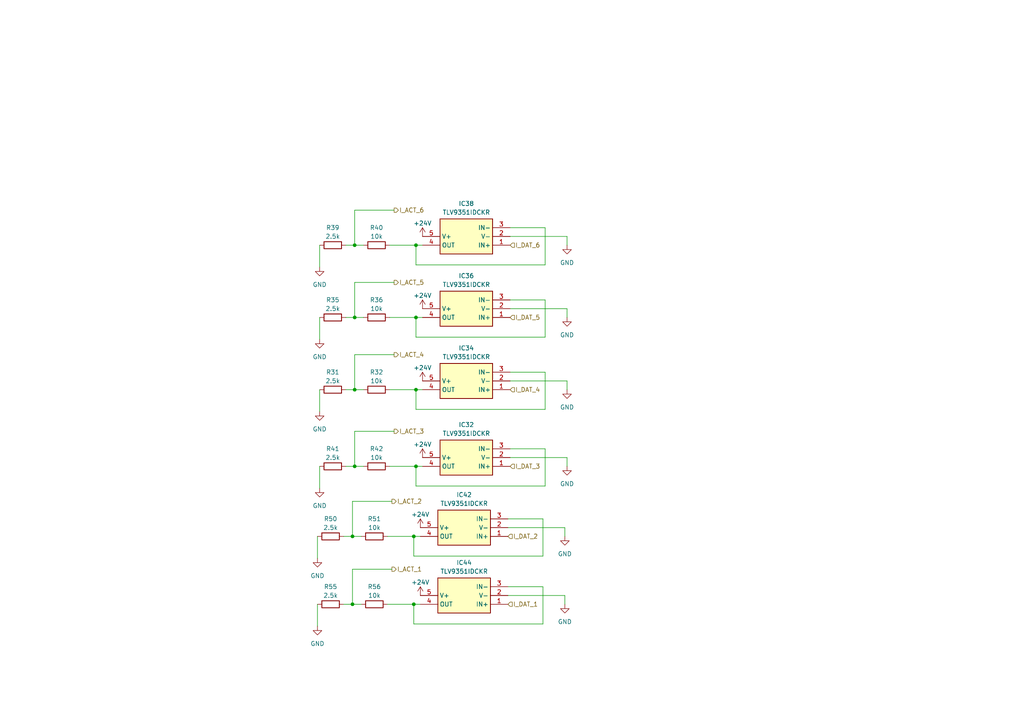
<source format=kicad_sch>
(kicad_sch (version 20230121) (generator eeschema)
  (paper "A4")
  (lib_symbols
    (symbol "Device:R" (pin_numbers hide) (pin_names (offset 0))
      (property "Reference" "R" (at 2.032 0 90))
      (property "Value" "R" (at 0 0 90))
      (symbol "R_0_1"
        (rectangle (start -1.016 -2.54) (end 1.016 2.54) (stroke (width 0.254)))
      )
      (symbol "R_1_1"
        (pin passive line (at 0 3.81 270) (length 1.27) (name "~") (number "1"))
        (pin passive line (at 0 -3.81 90) (length 1.27) (name "~") (number "2"))
      )
    )
    (symbol "TLV9351IDCKR:TLV9351IDCKR"
      (property "Reference" "IC" (at 21.59 7.62 0))
      (property "Value" "TLV9351IDCKR" (at 21.59 5.08 0))
      (symbol "TLV9351IDCKR_1_1"
        (rectangle (start 5.08 2.54) (end 20.32 -7.62) (stroke (width 0.254)) (fill (type background)))
        (pin passive line (at 0 0 0) (length 5.08) (name "IN+") (number "1"))
        (pin passive line (at 0 -2.54 0) (length 5.08) (name "V-") (number "2"))
        (pin passive line (at 0 -5.08 0) (length 5.08) (name "IN-") (number "3"))
        (pin passive line (at 25.4 0 180) (length 5.08) (name "OUT") (number "4"))
        (pin passive line (at 25.4 -2.54 180) (length 5.08) (name "V+") (number "5"))
      )
    )
    (symbol "power:+24V" (power) (pin_names (offset 0))
      (property "Value" "+24V" (at 0 3.556 0))
      (symbol "+24V_0_1"
        (polyline (pts (xy -0.762 1.27) (xy 0 2.54)))
        (polyline (pts (xy 0 0) (xy 0 2.54)))
        (polyline (pts (xy 0 2.54) (xy 0.762 1.27)))
      )
      (symbol "+24V_1_1"
        (pin power_in line (at 0 0 90) (length 0) hide (name "+24V") (number "1"))
      )
    )
    (symbol "power:GND" (power) (pin_names (offset 0))
      (property "Value" "GND" (at 0 -3.81 0))
      (symbol "GND_0_1"
        (polyline (pts (xy 0 0) (xy 0 -1.27) (xy 1.27 -1.27) (xy 0 -2.54) (xy -1.27 -1.27) (xy 0 -1.27)))
      )
      (symbol "GND_1_1"
        (pin power_in line (at 0 0 270) (length 0) hide (name "GND") (number "1"))
      )
    )
  )
  (junction (at 120.65 71.12))
  (junction (at 102.87 113.03))
  (junction (at 102.235 175.26))
  (junction (at 102.235 155.575))
  (junction (at 102.87 71.12))
  (junction (at 120.65 92.075))
  (junction (at 120.65 135.255))
  (junction (at 102.87 135.255))
  (junction (at 120.015 175.26))
  (junction (at 120.65 113.03))
  (junction (at 102.87 92.075))
  (junction (at 120.015 155.575))
  (wire (pts (xy 164.465 68.58) (xy 164.465 71.12)))
  (wire (pts (xy 158.115 76.835) (xy 120.65 76.835)))
  (wire (pts (xy 158.115 140.97) (xy 120.65 140.97)))
  (wire (pts (xy 147.955 130.175) (xy 158.115 130.175)))
  (wire (pts (xy 158.115 107.95) (xy 158.115 118.745)))
  (wire (pts (xy 102.87 92.075) (xy 105.41 92.075)))
  (wire (pts (xy 92.71 92.075) (xy 92.71 98.425)))
  (wire (pts (xy 113.665 145.415) (xy 102.235 145.415)))
  (wire (pts (xy 120.65 113.03) (xy 122.555 113.03)))
  (wire (pts (xy 113.03 113.03) (xy 120.65 113.03)))
  (wire (pts (xy 120.015 155.575) (xy 121.92 155.575)))
  (wire (pts (xy 163.83 153.035) (xy 163.83 155.575)))
  (wire (pts (xy 120.65 135.255) (xy 122.555 135.255)))
  (wire (pts (xy 163.83 172.72) (xy 163.83 175.26)))
  (wire (pts (xy 102.235 175.26) (xy 104.775 175.26)))
  (wire (pts (xy 120.65 76.835) (xy 120.65 71.12)))
  (wire (pts (xy 120.65 118.745) (xy 120.65 113.03)))
  (wire (pts (xy 164.465 89.535) (xy 164.465 92.075)))
  (wire (pts (xy 113.665 165.1) (xy 102.235 165.1)))
  (wire (pts (xy 120.015 175.26) (xy 121.92 175.26)))
  (wire (pts (xy 158.115 66.04) (xy 158.115 76.835)))
  (wire (pts (xy 102.87 135.255) (xy 105.41 135.255)))
  (wire (pts (xy 100.33 71.12) (xy 102.87 71.12)))
  (wire (pts (xy 102.235 155.575) (xy 104.775 155.575)))
  (wire (pts (xy 92.71 113.03) (xy 92.71 119.38)))
  (wire (pts (xy 100.33 92.075) (xy 102.87 92.075)))
  (wire (pts (xy 102.87 113.03) (xy 105.41 113.03)))
  (wire (pts (xy 92.075 155.575) (xy 92.075 161.925)))
  (wire (pts (xy 102.235 145.415) (xy 102.235 155.575)))
  (wire (pts (xy 147.32 150.495) (xy 157.48 150.495)))
  (wire (pts (xy 113.03 135.255) (xy 120.65 135.255)))
  (wire (pts (xy 157.48 170.18) (xy 157.48 180.975)))
  (wire (pts (xy 158.115 130.175) (xy 158.115 140.97)))
  (wire (pts (xy 157.48 180.975) (xy 120.015 180.975)))
  (wire (pts (xy 102.87 71.12) (xy 105.41 71.12)))
  (wire (pts (xy 102.87 125.095) (xy 102.87 135.255)))
  (wire (pts (xy 147.955 68.58) (xy 164.465 68.58)))
  (wire (pts (xy 114.3 125.095) (xy 102.87 125.095)))
  (wire (pts (xy 99.695 175.26) (xy 102.235 175.26)))
  (wire (pts (xy 92.71 71.12) (xy 92.71 77.47)))
  (wire (pts (xy 147.955 89.535) (xy 164.465 89.535)))
  (wire (pts (xy 147.955 107.95) (xy 158.115 107.95)))
  (wire (pts (xy 100.33 135.255) (xy 102.87 135.255)))
  (wire (pts (xy 147.955 132.715) (xy 164.465 132.715)))
  (wire (pts (xy 112.395 175.26) (xy 120.015 175.26)))
  (wire (pts (xy 120.015 161.29) (xy 120.015 155.575)))
  (wire (pts (xy 92.075 175.26) (xy 92.075 181.61)))
  (wire (pts (xy 120.65 71.12) (xy 122.555 71.12)))
  (wire (pts (xy 100.33 113.03) (xy 102.87 113.03)))
  (wire (pts (xy 164.465 132.715) (xy 164.465 135.255)))
  (wire (pts (xy 112.395 155.575) (xy 120.015 155.575)))
  (wire (pts (xy 157.48 161.29) (xy 120.015 161.29)))
  (wire (pts (xy 164.465 110.49) (xy 164.465 113.03)))
  (wire (pts (xy 114.3 102.87) (xy 102.87 102.87)))
  (wire (pts (xy 120.015 180.975) (xy 120.015 175.26)))
  (wire (pts (xy 113.03 92.075) (xy 120.65 92.075)))
  (wire (pts (xy 147.955 86.995) (xy 158.115 86.995)))
  (wire (pts (xy 102.87 102.87) (xy 102.87 113.03)))
  (wire (pts (xy 114.3 81.915) (xy 102.87 81.915)))
  (wire (pts (xy 147.32 153.035) (xy 163.83 153.035)))
  (wire (pts (xy 102.87 60.96) (xy 102.87 71.12)))
  (wire (pts (xy 114.3 60.96) (xy 102.87 60.96)))
  (wire (pts (xy 158.115 97.79) (xy 120.65 97.79)))
  (wire (pts (xy 147.32 170.18) (xy 157.48 170.18)))
  (wire (pts (xy 158.115 118.745) (xy 120.65 118.745)))
  (wire (pts (xy 102.87 81.915) (xy 102.87 92.075)))
  (wire (pts (xy 92.71 135.255) (xy 92.71 141.605)))
  (wire (pts (xy 102.235 165.1) (xy 102.235 175.26)))
  (wire (pts (xy 120.65 97.79) (xy 120.65 92.075)))
  (wire (pts (xy 120.65 92.075) (xy 122.555 92.075)))
  (wire (pts (xy 157.48 150.495) (xy 157.48 161.29)))
  (wire (pts (xy 147.955 110.49) (xy 164.465 110.49)))
  (wire (pts (xy 120.65 140.97) (xy 120.65 135.255)))
  (wire (pts (xy 158.115 86.995) (xy 158.115 97.79)))
  (wire (pts (xy 147.955 66.04) (xy 158.115 66.04)))
  (wire (pts (xy 113.03 71.12) (xy 120.65 71.12)))
  (wire (pts (xy 147.32 172.72) (xy 163.83 172.72)))
  (wire (pts (xy 99.695 155.575) (xy 102.235 155.575)))
  (hierarchical_label "I_ACT_6" (shape output) (at 114.3 60.96 0))
  (hierarchical_label "I_DAT_1" (shape input) (at 147.32 175.26 0))
  (hierarchical_label "I_DAT_4" (shape input) (at 147.955 113.03 0))
  (hierarchical_label "I_ACT_5" (shape output) (at 114.3 81.915 0))
  (hierarchical_label "I_ACT_3" (shape output) (at 114.3 125.095 0))
  (hierarchical_label "I_ACT_4" (shape output) (at 114.3 102.87 0))
  (hierarchical_label "I_DAT_6" (shape input) (at 147.955 71.12 0))
  (hierarchical_label "I_DAT_2" (shape input) (at 147.32 155.575 0))
  (hierarchical_label "I_DAT_3" (shape input) (at 147.955 135.255 0))
  (hierarchical_label "I_ACT_1" (shape output) (at 113.665 165.1 0))
  (hierarchical_label "I_DAT_5" (shape input) (at 147.955 92.075 0))
  (hierarchical_label "I_ACT_2" (shape output) (at 113.665 145.415 0))
  (symbol (lib_id "Device:R") (at 109.22 92.075 90) (unit 1)
    (property "Reference" "R36" (at 109.22 86.995 90))
    (property "Value" "10k" (at 109.22 89.535 90))
    (instances (project "PLC-CIM" (path "" (reference "R36") (unit 1)) (path "" (reference "R38") (unit 1))))
  )
  (symbol (lib_id "power:GND") (at 92.71 98.425 0) (unit 1)
    (property "Reference" "#PWR068" (effects hide))
    (property "Value" "GND" (at 92.71 103.505 0))
    (instances (project "PLC-CIM" (path "" (reference "#PWR068") (unit 1)) (path "" (reference "#PWR071") (unit 1))))
  )
  (symbol (lib_id "Device:R") (at 95.885 155.575 90) (unit 1)
    (property "Reference" "R50" (at 95.885 150.495 90))
    (property "Value" "2.5k" (at 95.885 153.035 90))
    (instances (project "PLC-CIM" (path "" (reference "R50") (unit 1)) (path "" (reference "R52") (unit 1))))
  )
  (symbol (lib_id "TLV9351IDCKR:TLV9351IDCKR") (at 147.955 71.12 180) (unit 1)
    (property "Reference" "IC38" (at 135.255 59.055 0))
    (property "Value" "TLV9351IDCKR" (at 135.255 61.595 0))
    (property "Footprint" "TLV9351IDCKR:SOT65P210X110-5N" (effects hide))
    (property "Datasheet" "https://www.ti.com/lit/gpn/TLV9351" (effects hide))
    (property "Height" "1.1" (effects hide))
    (property "Mouser Part Number" "595-TLV9351IDCKR" (effects hide))
    (property "Mouser Price/Stock" "https://www.mouser.co.uk/ProductDetail/Texas-Instruments/TLV9351IDCKR?qs=DRkmTr78QAQETvxeOeABCA%3D%3D" (effects hide))
    (property "Manufacturer_Name" "Texas Instruments" (effects hide))
    (property "Manufacturer_Part_Number" "TLV9351IDCKR" (effects hide))
    (instances (project "PLC-CIM" (path "" (reference "IC38") (unit 1)) (path "" (reference "IC39") (unit 1))))
  )
  (symbol (lib_id "TLV9351IDCKR:TLV9351IDCKR") (at 147.955 135.255 180) (unit 1)
    (property "Reference" "IC32" (at 135.255 123.19 0))
    (property "Value" "TLV9351IDCKR" (at 135.255 125.73 0))
    (property "Footprint" "TLV9351IDCKR:SOT65P210X110-5N" (effects hide))
    (property "Datasheet" "https://www.ti.com/lit/gpn/TLV9351" (effects hide))
    (property "Height" "1.1" (effects hide))
    (property "Mouser Part Number" "595-TLV9351IDCKR" (effects hide))
    (property "Mouser Price/Stock" "https://www.mouser.co.uk/ProductDetail/Texas-Instruments/TLV9351IDCKR?qs=DRkmTr78QAQETvxeOeABCA%3D%3D" (effects hide))
    (property "Manufacturer_Name" "Texas Instruments" (effects hide))
    (property "Manufacturer_Part_Number" "TLV9351IDCKR" (effects hide))
    (instances (project "PLC-CIM" (path "" (reference "IC32") (unit 1)) (path "" (reference "IC33") (unit 1))))
  )
  (symbol (lib_id "power:+24V") (at 121.92 172.72 0) (unit 1)
    (property "Reference" "#PWR0114" (effects hide))
    (property "Value" "+24V" (at 121.92 168.91 0))
    (instances (project "PLC-CIM" (path "" (reference "#PWR0114") (unit 1)) (path "" (reference "#PWR0117") (unit 1))))
  )
  (symbol (lib_id "Device:R") (at 96.52 92.075 90) (unit 1)
    (property "Reference" "R35" (at 96.52 86.995 90))
    (property "Value" "2.5k" (at 96.52 89.535 90))
    (instances (project "PLC-CIM" (path "" (reference "R35") (unit 1)) (path "" (reference "R37") (unit 1))))
  )
  (symbol (lib_id "power:GND") (at 92.075 161.925 0) (unit 1)
    (property "Reference" "#PWR0107" (effects hide))
    (property "Value" "GND" (at 92.075 167.005 0))
    (instances (project "PLC-CIM" (path "" (reference "#PWR0107") (unit 1)) (path "" (reference "#PWR0110") (unit 1))))
  )
  (symbol (lib_id "Device:R") (at 109.22 135.255 90) (unit 1)
    (property "Reference" "R42" (at 109.22 130.175 90))
    (property "Value" "10k" (at 109.22 132.715 90))
    (instances (project "PLC-CIM" (path "" (reference "R42") (unit 1)) (path "" (reference "R54") (unit 1))))
  )
  (symbol (lib_id "power:+24V") (at 122.555 132.715 0) (unit 1)
    (property "Reference" "#PWR089" (effects hide))
    (property "Value" "+24V" (at 122.555 128.905 0))
    (instances (project "PLC-CIM" (path "" (reference "#PWR089") (unit 1)) (path "" (reference "#PWR090") (unit 1))))
  )
  (symbol (lib_id "Device:R") (at 109.22 113.03 90) (unit 1)
    (property "Reference" "R32" (at 109.22 107.95 90))
    (property "Value" "10k" (at 109.22 110.49 90))
    (instances (project "PLC-CIM" (path "" (reference "R32") (unit 1)) (path "" (reference "R34") (unit 1))))
  )
  (symbol (lib_id "TLV9351IDCKR:TLV9351IDCKR") (at 147.955 92.075 180) (unit 1)
    (property "Reference" "IC36" (at 135.255 80.01 0))
    (property "Value" "TLV9351IDCKR" (at 135.255 82.55 0))
    (property "Footprint" "TLV9351IDCKR:SOT65P210X110-5N" (effects hide))
    (property "Datasheet" "https://www.ti.com/lit/gpn/TLV9351" (effects hide))
    (property "Height" "1.1" (effects hide))
    (property "Mouser Part Number" "595-TLV9351IDCKR" (effects hide))
    (property "Mouser Price/Stock" "https://www.mouser.co.uk/ProductDetail/Texas-Instruments/TLV9351IDCKR?qs=DRkmTr78QAQETvxeOeABCA%3D%3D" (effects hide))
    (property "Manufacturer_Name" "Texas Instruments" (effects hide))
    (property "Manufacturer_Part_Number" "TLV9351IDCKR" (effects hide))
    (instances (project "PLC-CIM" (path "" (reference "IC36") (unit 1)) (path "" (reference "IC37") (unit 1))))
  )
  (symbol (lib_id "power:GND") (at 164.465 135.255 0) (unit 1)
    (property "Reference" "#PWR091" (effects hide))
    (property "Value" "GND" (at 164.465 140.335 0))
    (instances (project "PLC-CIM" (path "" (reference "#PWR091") (unit 1)) (path "" (reference "#PWR092") (unit 1))))
  )
  (symbol (lib_id "Device:R") (at 96.52 113.03 90) (unit 1)
    (property "Reference" "R31" (at 96.52 107.95 90))
    (property "Value" "2.5k" (at 96.52 110.49 90))
    (instances (project "PLC-CIM" (path "" (reference "R31") (unit 1)) (path "" (reference "R33") (unit 1))))
  )
  (symbol (lib_id "power:GND") (at 92.71 141.605 0) (unit 1)
    (property "Reference" "#PWR066" (effects hide))
    (property "Value" "GND" (at 92.71 146.685 0))
    (instances (project "PLC-CIM" (path "" (reference "#PWR066") (unit 1)) (path "" (reference "#PWR072") (unit 1))))
  )
  (symbol (lib_id "power:GND") (at 163.83 175.26 0) (unit 1)
    (property "Reference" "#PWR0115" (effects hide))
    (property "Value" "GND" (at 163.83 180.34 0))
    (instances (project "PLC-CIM" (path "" (reference "#PWR0115") (unit 1)) (path "" (reference "#PWR0118") (unit 1))))
  )
  (symbol (lib_id "Device:R") (at 96.52 71.12 90) (unit 1)
    (property "Reference" "R39" (at 96.52 66.04 90))
    (property "Value" "2.5k" (at 96.52 68.58 90))
    (instances (project "PLC-CIM" (path "" (reference "R39") (unit 1)) (path "" (reference "R43") (unit 1))))
  )
  (symbol (lib_id "power:GND") (at 92.71 77.47 0) (unit 1)
    (property "Reference" "#PWR095" (effects hide))
    (property "Value" "GND" (at 92.71 82.55 0))
    (instances (project "PLC-CIM" (path "" (reference "#PWR095") (unit 1)) (path "" (reference "#PWR098") (unit 1))))
  )
  (symbol (lib_id "Device:R") (at 108.585 175.26 90) (unit 1)
    (property "Reference" "R56" (at 108.585 170.18 90))
    (property "Value" "10k" (at 108.585 172.72 90))
    (instances (project "PLC-CIM" (path "" (reference "R56") (unit 1)) (path "" (reference "R58") (unit 1))))
  )
  (symbol (lib_id "TLV9351IDCKR:TLV9351IDCKR") (at 147.32 155.575 180) (unit 1)
    (property "Reference" "IC42" (at 134.62 143.51 0))
    (property "Value" "TLV9351IDCKR" (at 134.62 146.05 0))
    (property "Footprint" "TLV9351IDCKR:SOT65P210X110-5N" (effects hide))
    (property "Datasheet" "https://www.ti.com/lit/gpn/TLV9351" (effects hide))
    (property "Height" "1.1" (effects hide))
    (property "Mouser Part Number" "595-TLV9351IDCKR" (effects hide))
    (property "Mouser Price/Stock" "https://www.mouser.co.uk/ProductDetail/Texas-Instruments/TLV9351IDCKR?qs=DRkmTr78QAQETvxeOeABCA%3D%3D" (effects hide))
    (property "Manufacturer_Name" "Texas Instruments" (effects hide))
    (property "Manufacturer_Part_Number" "TLV9351IDCKR" (effects hide))
    (instances (project "PLC-CIM" (path "" (reference "IC42") (unit 1)) (path "" (reference "IC43") (unit 1))))
  )
  (symbol (lib_id "power:GND") (at 164.465 71.12 0) (unit 1)
    (property "Reference" "#PWR097" (effects hide))
    (property "Value" "GND" (at 164.465 76.2 0))
    (instances (project "PLC-CIM" (path "" (reference "#PWR097") (unit 1)) (path "" (reference "#PWR0100") (unit 1))))
  )
  (symbol (lib_id "power:GND") (at 164.465 113.03 0) (unit 1)
    (property "Reference" "#PWR063" (effects hide))
    (property "Value" "GND" (at 164.465 118.11 0))
    (instances (project "PLC-CIM" (path "" (reference "#PWR063") (unit 1)) (path "" (reference "#PWR067") (unit 1))))
  )
  (symbol (lib_id "TLV9351IDCKR:TLV9351IDCKR") (at 147.32 175.26 180) (unit 1)
    (property "Reference" "IC44" (at 134.62 163.195 0))
    (property "Value" "TLV9351IDCKR" (at 134.62 165.735 0))
    (property "Footprint" "TLV9351IDCKR:SOT65P210X110-5N" (effects hide))
    (property "Datasheet" "https://www.ti.com/lit/gpn/TLV9351" (effects hide))
    (property "Height" "1.1" (effects hide))
    (property "Mouser Part Number" "595-TLV9351IDCKR" (effects hide))
    (property "Mouser Price/Stock" "https://www.mouser.co.uk/ProductDetail/Texas-Instruments/TLV9351IDCKR?qs=DRkmTr78QAQETvxeOeABCA%3D%3D" (effects hide))
    (property "Manufacturer_Name" "Texas Instruments" (effects hide))
    (property "Manufacturer_Part_Number" "TLV9351IDCKR" (effects hide))
    (instances (project "PLC-CIM" (path "" (reference "IC44") (unit 1)) (path "" (reference "IC45") (unit 1))))
  )
  (symbol (lib_id "power:+24V") (at 122.555 68.58 0) (unit 1)
    (property "Reference" "#PWR096" (effects hide))
    (property "Value" "+24V" (at 122.555 64.77 0))
    (instances (project "PLC-CIM" (path "" (reference "#PWR096") (unit 1)) (path "" (reference "#PWR099") (unit 1))))
  )
  (symbol (lib_id "power:GND") (at 92.71 119.38 0) (unit 1)
    (property "Reference" "#PWR061" (effects hide))
    (property "Value" "GND" (at 92.71 124.46 0))
    (instances (project "PLC-CIM" (path "" (reference "#PWR061") (unit 1)) (path "" (reference "#PWR064") (unit 1))))
  )
  (symbol (lib_id "power:GND") (at 92.075 181.61 0) (unit 1)
    (property "Reference" "#PWR0113" (effects hide))
    (property "Value" "GND" (at 92.075 186.69 0))
    (instances (project "PLC-CIM" (path "" (reference "#PWR0113") (unit 1)) (path "" (reference "#PWR0116") (unit 1))))
  )
  (symbol (lib_id "power:+24V") (at 122.555 89.535 0) (unit 1)
    (property "Reference" "#PWR069" (effects hide))
    (property "Value" "+24V" (at 122.555 85.725 0))
    (instances (project "PLC-CIM" (path "" (reference "#PWR069") (unit 1)) (path "" (reference "#PWR093") (unit 1))))
  )
  (symbol (lib_id "power:GND") (at 163.83 155.575 0) (unit 1)
    (property "Reference" "#PWR0109" (effects hide))
    (property "Value" "GND" (at 163.83 160.655 0))
    (instances (project "PLC-CIM" (path "" (reference "#PWR0109") (unit 1)) (path "" (reference "#PWR0112") (unit 1))))
  )
  (symbol (lib_id "power:GND") (at 164.465 92.075 0) (unit 1)
    (property "Reference" "#PWR070" (effects hide))
    (property "Value" "GND" (at 164.465 97.155 0))
    (instances (project "PLC-CIM" (path "" (reference "#PWR070") (unit 1)) (path "" (reference "#PWR094") (unit 1))))
  )
  (symbol (lib_id "Device:R") (at 95.885 175.26 90) (unit 1)
    (property "Reference" "R55" (at 95.885 170.18 90))
    (property "Value" "2.5k" (at 95.885 172.72 90))
    (instances (project "PLC-CIM" (path "" (reference "R55") (unit 1)) (path "" (reference "R57") (unit 1))))
  )
  (symbol (lib_id "power:+24V") (at 122.555 110.49 0) (unit 1)
    (property "Reference" "#PWR062" (effects hide))
    (property "Value" "+24V" (at 122.555 106.68 0))
    (instances (project "PLC-CIM" (path "" (reference "#PWR062") (unit 1)) (path "" (reference "#PWR065") (unit 1))))
  )
  (symbol (lib_id "Device:R") (at 109.22 71.12 90) (unit 1)
    (property "Reference" "R40" (at 109.22 66.04 90))
    (property "Value" "10k" (at 109.22 68.58 90))
    (instances (project "PLC-CIM" (path "" (reference "R40") (unit 1)) (path "" (reference "R44") (unit 1))))
  )
  (symbol (lib_id "Device:R") (at 108.585 155.575 90) (unit 1)
    (property "Reference" "R51" (at 108.585 150.495 90))
    (property "Value" "10k" (at 108.585 153.035 90))
    (instances (project "PLC-CIM" (path "" (reference "R51") (unit 1)) (path "" (reference "R53") (unit 1))))
  )
  (symbol (lib_id "power:+24V") (at 121.92 153.035 0) (unit 1)
    (property "Reference" "#PWR0108" (effects hide))
    (property "Value" "+24V" (at 121.92 149.225 0))
    (instances (project "PLC-CIM" (path "" (reference "#PWR0108") (unit 1)) (path "" (reference "#PWR0111") (unit 1))))
  )
  (symbol (lib_id "TLV9351IDCKR:TLV9351IDCKR") (at 147.955 113.03 180) (unit 1)
    (property "Reference" "IC34" (at 135.255 100.965 0))
    (property "Value" "TLV9351IDCKR" (at 135.255 103.505 0))
    (property "Footprint" "TLV9351IDCKR:SOT65P210X110-5N" (effects hide))
    (property "Datasheet" "https://www.ti.com/lit/gpn/TLV9351" (effects hide))
    (property "Height" "1.1" (effects hide))
    (property "Mouser Part Number" "595-TLV9351IDCKR" (effects hide))
    (property "Mouser Price/Stock" "https://www.mouser.co.uk/ProductDetail/Texas-Instruments/TLV9351IDCKR?qs=DRkmTr78QAQETvxeOeABCA%3D%3D" (effects hide))
    (property "Manufacturer_Name" "Texas Instruments" (effects hide))
    (property "Manufacturer_Part_Number" "TLV9351IDCKR" (effects hide))
    (instances (project "PLC-CIM" (path "" (reference "IC34") (unit 1)) (path "" (reference "IC35") (unit 1))))
  )
  (symbol (lib_id "Device:R") (at 96.52 135.255 90) (unit 1)
    (property "Reference" "R41" (at 96.52 130.175 90))
    (property "Value" "2.5k" (at 96.52 132.715 90))
    (instances (project "PLC-CIM" (path "" (reference "R41") (unit 1)) (path "" (reference "R48") (unit 1))))
  )
)
</source>
